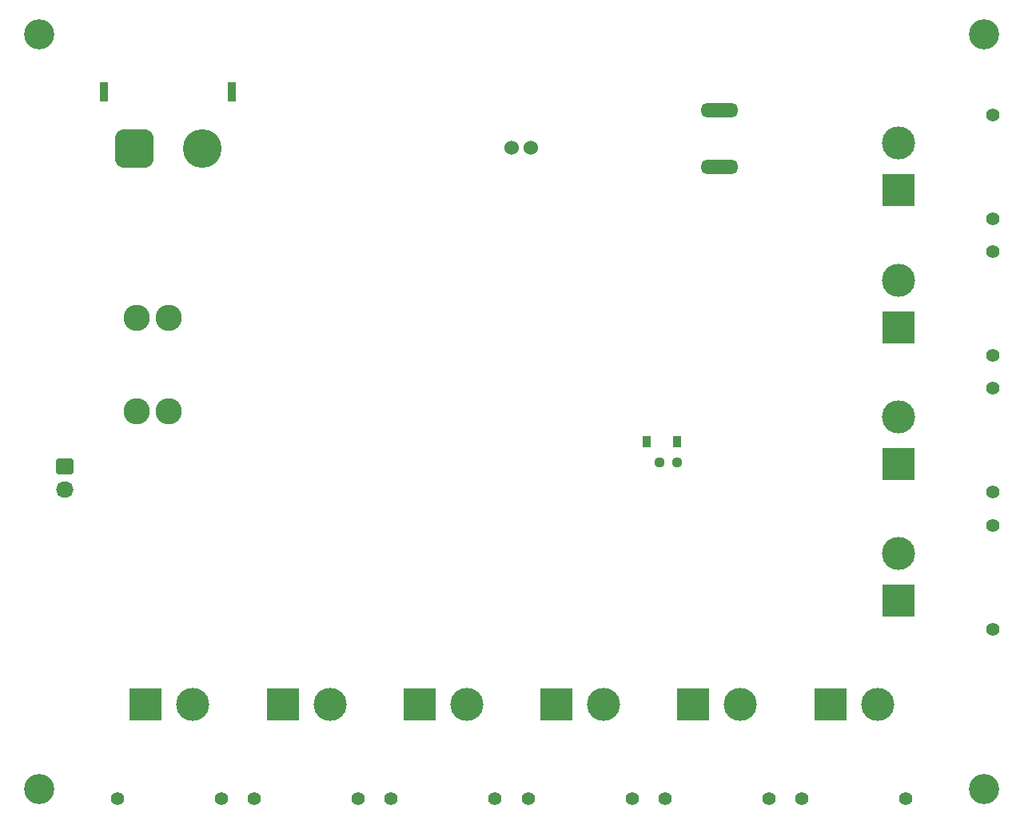
<source format=gbr>
%TF.GenerationSoftware,KiCad,Pcbnew,(6.0.11)*%
%TF.CreationDate,2023-09-13T23:25:57+09:00*%
%TF.ProjectId,Power,506f7765-722e-46b6-9963-61645f706362,rev?*%
%TF.SameCoordinates,Original*%
%TF.FileFunction,Soldermask,Bot*%
%TF.FilePolarity,Negative*%
%FSLAX46Y46*%
G04 Gerber Fmt 4.6, Leading zero omitted, Abs format (unit mm)*
G04 Created by KiCad (PCBNEW (6.0.11)) date 2023-09-13 23:25:57*
%MOMM*%
%LPD*%
G01*
G04 APERTURE LIST*
G04 Aperture macros list*
%AMRoundRect*
0 Rectangle with rounded corners*
0 $1 Rounding radius*
0 $2 $3 $4 $5 $6 $7 $8 $9 X,Y pos of 4 corners*
0 Add a 4 corners polygon primitive as box body*
4,1,4,$2,$3,$4,$5,$6,$7,$8,$9,$2,$3,0*
0 Add four circle primitives for the rounded corners*
1,1,$1+$1,$2,$3*
1,1,$1+$1,$4,$5*
1,1,$1+$1,$6,$7*
1,1,$1+$1,$8,$9*
0 Add four rect primitives between the rounded corners*
20,1,$1+$1,$2,$3,$4,$5,0*
20,1,$1+$1,$4,$5,$6,$7,0*
20,1,$1+$1,$6,$7,$8,$9,0*
20,1,$1+$1,$8,$9,$2,$3,0*%
G04 Aperture macros list end*
%ADD10C,1.400000*%
%ADD11R,3.500000X3.500000*%
%ADD12C,3.500000*%
%ADD13C,3.200000*%
%ADD14C,1.524000*%
%ADD15RoundRect,0.250000X-0.675000X0.600000X-0.675000X-0.600000X0.675000X-0.600000X0.675000X0.600000X0*%
%ADD16O,1.850000X1.700000*%
%ADD17R,0.900000X2.000000*%
%ADD18RoundRect,1.025000X-1.025000X-1.025000X1.025000X-1.025000X1.025000X1.025000X-1.025000X1.025000X0*%
%ADD19C,4.100000*%
%ADD20C,2.780000*%
%ADD21O,4.000000X1.524000*%
%ADD22R,0.900000X1.200000*%
%ADD23RoundRect,0.237500X-0.250000X-0.237500X0.250000X-0.237500X0.250000X0.237500X-0.250000X0.237500X0*%
G04 APERTURE END LIST*
D10*
%TO.C,J3*%
X198060000Y-85970000D03*
X198060000Y-96970000D03*
D11*
X188060000Y-93970000D03*
D12*
X188060000Y-88970000D03*
%TD*%
D13*
%TO.C,H3*%
X97060000Y-128470000D03*
%TD*%
D14*
%TO.C,MES1*%
X149060000Y-60470000D03*
X147060000Y-60455000D03*
%TD*%
D10*
%TO.C,J4*%
X198060000Y-67970000D03*
X198060000Y-56970000D03*
D11*
X188060000Y-64970000D03*
D12*
X188060000Y-59970000D03*
%TD*%
D15*
%TO.C,J2*%
X99710000Y-94220000D03*
D16*
X99710000Y-96720000D03*
%TD*%
D10*
%TO.C,J8*%
X198060000Y-71470000D03*
X198060000Y-82470000D03*
D11*
X188060000Y-79470000D03*
D12*
X188060000Y-74470000D03*
%TD*%
D13*
%TO.C,H2*%
X197060000Y-48470000D03*
%TD*%
D10*
%TO.C,J10*%
X188810000Y-129470000D03*
X177810000Y-129470000D03*
D11*
X180810000Y-119470000D03*
D12*
X185810000Y-119470000D03*
%TD*%
D17*
%TO.C,J1*%
X117410000Y-54510000D03*
X103910000Y-54510000D03*
D18*
X107060000Y-60510000D03*
D19*
X114260000Y-60510000D03*
%TD*%
D10*
%TO.C,J9*%
X134310000Y-129470000D03*
X145310000Y-129470000D03*
D11*
X137310000Y-119470000D03*
D12*
X142310000Y-119470000D03*
%TD*%
D13*
%TO.C,H4*%
X197060000Y-128470000D03*
%TD*%
D20*
%TO.C,F1*%
X110760000Y-78510000D03*
X107360000Y-78510000D03*
X110760000Y-88430000D03*
X107360000Y-88430000D03*
%TD*%
D10*
%TO.C,J5*%
X105310000Y-129470000D03*
X116310000Y-129470000D03*
D11*
X108310000Y-119470000D03*
D12*
X113310000Y-119470000D03*
%TD*%
D10*
%TO.C,J6*%
X148810000Y-129470000D03*
X159810000Y-129470000D03*
D11*
X151810000Y-119470000D03*
D12*
X156810000Y-119470000D03*
%TD*%
D10*
%TO.C,J12*%
X130810000Y-129470000D03*
X119810000Y-129470000D03*
D11*
X122810000Y-119470000D03*
D12*
X127810000Y-119470000D03*
%TD*%
D10*
%TO.C,J7*%
X198060000Y-111470000D03*
X198060000Y-100470000D03*
D11*
X188060000Y-108470000D03*
D12*
X188060000Y-103470000D03*
%TD*%
D13*
%TO.C,H1*%
X97060000Y-48470000D03*
%TD*%
D10*
%TO.C,J11*%
X163310000Y-129470000D03*
X174310000Y-129470000D03*
D11*
X166310000Y-119470000D03*
D12*
X171310000Y-119470000D03*
%TD*%
D21*
%TO.C,SW1*%
X169060000Y-62470000D03*
X169060000Y-56470000D03*
%TD*%
D22*
%TO.C,D1*%
X164630000Y-91620000D03*
X161330000Y-91620000D03*
%TD*%
D23*
%TO.C,R1*%
X162747500Y-93780000D03*
X164572500Y-93780000D03*
%TD*%
M02*

</source>
